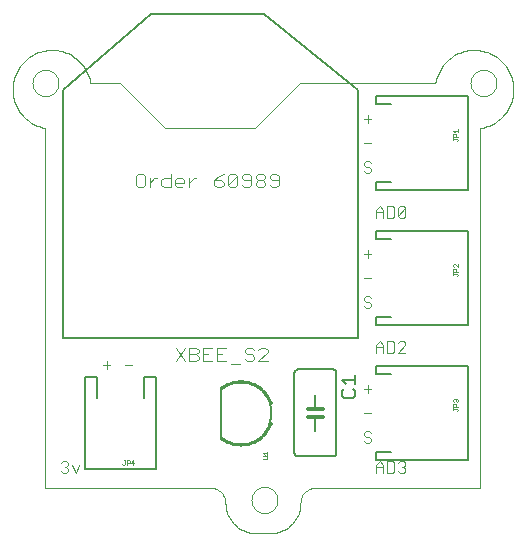
<source format=gto>
G75*
G70*
%OFA0B0*%
%FSLAX24Y24*%
%IPPOS*%
%LPD*%
%AMOC8*
5,1,8,0,0,1.08239X$1,22.5*
%
%ADD10C,0.0030*%
%ADD11C,0.0000*%
%ADD12C,0.0040*%
%ADD13C,0.0050*%
%ADD14C,0.0120*%
%ADD15C,0.0060*%
%ADD16C,0.0080*%
%ADD17C,0.0010*%
%ADD18C,0.0020*%
D10*
X002257Y002695D02*
X002195Y002757D01*
X002257Y002695D02*
X002380Y002695D01*
X002442Y002757D01*
X002442Y002818D01*
X002380Y002880D01*
X002318Y002880D01*
X002380Y002880D02*
X002442Y002942D01*
X002442Y003004D01*
X002380Y003065D01*
X002257Y003065D01*
X002195Y003004D01*
X002563Y002942D02*
X002687Y002695D01*
X002810Y002942D01*
X003718Y006157D02*
X003718Y006404D01*
X003595Y006280D02*
X003842Y006280D01*
X004332Y006280D02*
X004579Y006280D01*
X012295Y005480D02*
X012542Y005480D01*
X012418Y005357D02*
X012418Y005604D01*
X012295Y004680D02*
X012542Y004680D01*
X012480Y004065D02*
X012357Y004065D01*
X012295Y004004D01*
X012295Y003942D01*
X012357Y003880D01*
X012480Y003880D01*
X012542Y003818D01*
X012542Y003757D01*
X012480Y003695D01*
X012357Y003695D01*
X012295Y003757D01*
X012542Y004004D02*
X012480Y004065D01*
X012818Y003065D02*
X012942Y002942D01*
X012942Y002695D01*
X013063Y002695D02*
X013248Y002695D01*
X013310Y002757D01*
X013310Y003004D01*
X013248Y003065D01*
X013063Y003065D01*
X013063Y002695D01*
X012942Y002880D02*
X012695Y002880D01*
X012695Y002942D02*
X012695Y002695D01*
X012695Y002942D02*
X012818Y003065D01*
X013432Y003004D02*
X013493Y003065D01*
X013617Y003065D01*
X013679Y003004D01*
X013679Y002942D01*
X013617Y002880D01*
X013679Y002818D01*
X013679Y002757D01*
X013617Y002695D01*
X013493Y002695D01*
X013432Y002757D01*
X013555Y002880D02*
X013617Y002880D01*
X013679Y006695D02*
X013432Y006695D01*
X013679Y006942D01*
X013679Y007004D01*
X013617Y007065D01*
X013493Y007065D01*
X013432Y007004D01*
X013310Y007004D02*
X013310Y006757D01*
X013248Y006695D01*
X013063Y006695D01*
X013063Y007065D01*
X013248Y007065D01*
X013310Y007004D01*
X012942Y006942D02*
X012942Y006695D01*
X012942Y006880D02*
X012695Y006880D01*
X012695Y006942D02*
X012695Y006695D01*
X012695Y006942D02*
X012818Y007065D01*
X012942Y006942D01*
X012480Y008195D02*
X012357Y008195D01*
X012295Y008257D01*
X012357Y008380D02*
X012295Y008442D01*
X012295Y008504D01*
X012357Y008565D01*
X012480Y008565D01*
X012542Y008504D01*
X012480Y008380D02*
X012542Y008318D01*
X012542Y008257D01*
X012480Y008195D01*
X012480Y008380D02*
X012357Y008380D01*
X012295Y009180D02*
X012542Y009180D01*
X012418Y009857D02*
X012418Y010104D01*
X012295Y009980D02*
X012542Y009980D01*
X012695Y011195D02*
X012695Y011442D01*
X012818Y011565D01*
X012942Y011442D01*
X012942Y011195D01*
X012942Y011442D01*
X012818Y011565D01*
X012695Y011442D01*
X012695Y011195D01*
X012695Y011380D02*
X012942Y011380D01*
X012695Y011380D01*
X013063Y011195D02*
X013248Y011195D01*
X013310Y011257D01*
X013310Y011504D01*
X013248Y011565D01*
X013063Y011565D01*
X013063Y011195D01*
X013248Y011195D01*
X013310Y011257D01*
X013310Y011504D01*
X013248Y011565D01*
X013063Y011565D01*
X013063Y011195D01*
X013432Y011257D02*
X013432Y011504D01*
X013493Y011565D01*
X013617Y011565D01*
X013679Y011504D01*
X013432Y011257D01*
X013493Y011195D01*
X013617Y011195D01*
X013679Y011257D01*
X013679Y011504D01*
X013432Y011257D01*
X013493Y011195D01*
X013617Y011195D01*
X013679Y011257D01*
X013679Y011504D01*
X013617Y011565D01*
X013493Y011565D01*
X013432Y011504D01*
X013432Y011257D01*
X012480Y012695D02*
X012357Y012695D01*
X012295Y012757D01*
X012357Y012880D02*
X012295Y012942D01*
X012295Y013004D01*
X012357Y013065D01*
X012480Y013065D01*
X012542Y013004D01*
X012480Y012880D02*
X012542Y012818D01*
X012542Y012757D01*
X012480Y012695D01*
X012480Y012880D02*
X012357Y012880D01*
X012295Y013680D02*
X012542Y013680D01*
X012418Y014357D02*
X012418Y014604D01*
X012295Y014480D02*
X012542Y014480D01*
D11*
X001680Y014180D02*
X001680Y002180D01*
X007180Y002180D01*
X007224Y002178D01*
X007267Y002172D01*
X007309Y002163D01*
X007351Y002150D01*
X007391Y002133D01*
X007430Y002113D01*
X007467Y002090D01*
X007501Y002063D01*
X007534Y002034D01*
X007563Y002001D01*
X007590Y001967D01*
X007613Y001930D01*
X007633Y001891D01*
X007650Y001851D01*
X007663Y001809D01*
X007672Y001767D01*
X007678Y001724D01*
X007680Y001680D01*
X007682Y001620D01*
X007687Y001559D01*
X007696Y001500D01*
X007709Y001441D01*
X007725Y001382D01*
X007745Y001325D01*
X007768Y001270D01*
X007795Y001215D01*
X007824Y001163D01*
X007857Y001112D01*
X007893Y001063D01*
X007931Y001017D01*
X007973Y000973D01*
X008017Y000931D01*
X008063Y000893D01*
X008112Y000857D01*
X008163Y000824D01*
X008215Y000795D01*
X008270Y000768D01*
X008325Y000745D01*
X008382Y000725D01*
X008441Y000709D01*
X008500Y000696D01*
X008559Y000687D01*
X008620Y000682D01*
X008680Y000680D01*
X009180Y000680D01*
X009240Y000682D01*
X009301Y000687D01*
X009360Y000696D01*
X009419Y000709D01*
X009478Y000725D01*
X009535Y000745D01*
X009590Y000768D01*
X009645Y000795D01*
X009697Y000824D01*
X009748Y000857D01*
X009797Y000893D01*
X009843Y000931D01*
X009887Y000973D01*
X009929Y001017D01*
X009967Y001063D01*
X010003Y001112D01*
X010036Y001163D01*
X010065Y001215D01*
X010092Y001270D01*
X010115Y001325D01*
X010135Y001382D01*
X010151Y001441D01*
X010164Y001500D01*
X010173Y001559D01*
X010178Y001620D01*
X010180Y001680D01*
X010182Y001724D01*
X010188Y001767D01*
X010197Y001809D01*
X010210Y001851D01*
X010227Y001891D01*
X010247Y001930D01*
X010270Y001967D01*
X010297Y002001D01*
X010326Y002034D01*
X010359Y002063D01*
X010393Y002090D01*
X010430Y002113D01*
X010469Y002133D01*
X010509Y002150D01*
X010551Y002163D01*
X010593Y002172D01*
X010636Y002178D01*
X010680Y002180D01*
X016180Y002180D01*
X016180Y014180D01*
X016180Y014181D02*
X016251Y014194D01*
X016320Y014212D01*
X016389Y014233D01*
X016456Y014257D01*
X016522Y014286D01*
X016586Y014318D01*
X016649Y014353D01*
X016709Y014392D01*
X016767Y014434D01*
X016823Y014480D01*
X016876Y014528D01*
X016926Y014579D01*
X016974Y014633D01*
X017018Y014689D01*
X017059Y014747D01*
X017098Y014808D01*
X017132Y014871D01*
X017163Y014936D01*
X017191Y015002D01*
X017215Y015069D01*
X017235Y015138D01*
X017251Y015208D01*
X017264Y015279D01*
X017272Y015350D01*
X017277Y015422D01*
X017278Y015493D01*
X017275Y015565D01*
X017268Y015636D01*
X017256Y015707D01*
X017242Y015777D01*
X017223Y015847D01*
X017200Y015915D01*
X017174Y015981D01*
X017144Y016047D01*
X017111Y016110D01*
X017074Y016172D01*
X017034Y016231D01*
X016991Y016288D01*
X016944Y016343D01*
X016895Y016395D01*
X016843Y016444D01*
X016788Y016491D01*
X016731Y016534D01*
X016672Y016574D01*
X016610Y016611D01*
X016547Y016644D01*
X016481Y016674D01*
X016415Y016700D01*
X016347Y016723D01*
X016277Y016742D01*
X016207Y016756D01*
X016136Y016768D01*
X016065Y016775D01*
X015993Y016778D01*
X015922Y016777D01*
X015850Y016772D01*
X015779Y016764D01*
X015708Y016751D01*
X015638Y016735D01*
X015569Y016715D01*
X015502Y016691D01*
X015436Y016663D01*
X015371Y016632D01*
X015308Y016598D01*
X015247Y016559D01*
X015189Y016518D01*
X015133Y016474D01*
X015079Y016426D01*
X015028Y016376D01*
X014980Y016323D01*
X014934Y016267D01*
X014892Y016209D01*
X014853Y016149D01*
X014818Y016086D01*
X014786Y016022D01*
X014757Y015956D01*
X014733Y015889D01*
X014712Y015820D01*
X014694Y015751D01*
X014681Y015680D01*
X014680Y015680D02*
X010180Y015680D01*
X008680Y014180D01*
X005680Y014180D01*
X004180Y015680D01*
X003180Y015680D01*
X003179Y015680D02*
X003166Y015751D01*
X003148Y015820D01*
X003127Y015889D01*
X003103Y015956D01*
X003074Y016022D01*
X003042Y016086D01*
X003007Y016149D01*
X002968Y016209D01*
X002926Y016267D01*
X002880Y016323D01*
X002832Y016376D01*
X002781Y016426D01*
X002727Y016474D01*
X002671Y016518D01*
X002613Y016559D01*
X002552Y016598D01*
X002489Y016632D01*
X002424Y016663D01*
X002358Y016691D01*
X002291Y016715D01*
X002222Y016735D01*
X002152Y016751D01*
X002081Y016764D01*
X002010Y016772D01*
X001938Y016777D01*
X001867Y016778D01*
X001795Y016775D01*
X001724Y016768D01*
X001653Y016756D01*
X001583Y016742D01*
X001513Y016723D01*
X001445Y016700D01*
X001379Y016674D01*
X001313Y016644D01*
X001250Y016611D01*
X001188Y016574D01*
X001129Y016534D01*
X001072Y016491D01*
X001017Y016444D01*
X000965Y016395D01*
X000916Y016343D01*
X000869Y016288D01*
X000826Y016231D01*
X000786Y016172D01*
X000749Y016110D01*
X000716Y016047D01*
X000686Y015981D01*
X000660Y015915D01*
X000637Y015847D01*
X000618Y015777D01*
X000604Y015707D01*
X000592Y015636D01*
X000585Y015565D01*
X000582Y015493D01*
X000583Y015422D01*
X000588Y015350D01*
X000596Y015279D01*
X000609Y015208D01*
X000625Y015138D01*
X000645Y015069D01*
X000669Y015002D01*
X000697Y014936D01*
X000728Y014871D01*
X000762Y014808D01*
X000801Y014747D01*
X000842Y014689D01*
X000886Y014633D01*
X000934Y014579D01*
X000984Y014528D01*
X001037Y014480D01*
X001093Y014434D01*
X001151Y014392D01*
X001211Y014353D01*
X001274Y014318D01*
X001338Y014286D01*
X001404Y014257D01*
X001471Y014233D01*
X001540Y014212D01*
X001609Y014194D01*
X001680Y014181D01*
X001247Y015680D02*
X001249Y015721D01*
X001255Y015762D01*
X001265Y015802D01*
X001278Y015841D01*
X001295Y015878D01*
X001316Y015914D01*
X001340Y015948D01*
X001367Y015979D01*
X001396Y016007D01*
X001429Y016033D01*
X001463Y016055D01*
X001500Y016074D01*
X001538Y016089D01*
X001578Y016101D01*
X001618Y016109D01*
X001659Y016113D01*
X001701Y016113D01*
X001742Y016109D01*
X001782Y016101D01*
X001822Y016089D01*
X001860Y016074D01*
X001896Y016055D01*
X001931Y016033D01*
X001964Y016007D01*
X001993Y015979D01*
X002020Y015948D01*
X002044Y015914D01*
X002065Y015878D01*
X002082Y015841D01*
X002095Y015802D01*
X002105Y015762D01*
X002111Y015721D01*
X002113Y015680D01*
X002111Y015639D01*
X002105Y015598D01*
X002095Y015558D01*
X002082Y015519D01*
X002065Y015482D01*
X002044Y015446D01*
X002020Y015412D01*
X001993Y015381D01*
X001964Y015353D01*
X001931Y015327D01*
X001897Y015305D01*
X001860Y015286D01*
X001822Y015271D01*
X001782Y015259D01*
X001742Y015251D01*
X001701Y015247D01*
X001659Y015247D01*
X001618Y015251D01*
X001578Y015259D01*
X001538Y015271D01*
X001500Y015286D01*
X001464Y015305D01*
X001429Y015327D01*
X001396Y015353D01*
X001367Y015381D01*
X001340Y015412D01*
X001316Y015446D01*
X001295Y015482D01*
X001278Y015519D01*
X001265Y015558D01*
X001255Y015598D01*
X001249Y015639D01*
X001247Y015680D01*
X008547Y001780D02*
X008549Y001821D01*
X008555Y001862D01*
X008565Y001902D01*
X008578Y001941D01*
X008595Y001978D01*
X008616Y002014D01*
X008640Y002048D01*
X008667Y002079D01*
X008696Y002107D01*
X008729Y002133D01*
X008763Y002155D01*
X008800Y002174D01*
X008838Y002189D01*
X008878Y002201D01*
X008918Y002209D01*
X008959Y002213D01*
X009001Y002213D01*
X009042Y002209D01*
X009082Y002201D01*
X009122Y002189D01*
X009160Y002174D01*
X009196Y002155D01*
X009231Y002133D01*
X009264Y002107D01*
X009293Y002079D01*
X009320Y002048D01*
X009344Y002014D01*
X009365Y001978D01*
X009382Y001941D01*
X009395Y001902D01*
X009405Y001862D01*
X009411Y001821D01*
X009413Y001780D01*
X009411Y001739D01*
X009405Y001698D01*
X009395Y001658D01*
X009382Y001619D01*
X009365Y001582D01*
X009344Y001546D01*
X009320Y001512D01*
X009293Y001481D01*
X009264Y001453D01*
X009231Y001427D01*
X009197Y001405D01*
X009160Y001386D01*
X009122Y001371D01*
X009082Y001359D01*
X009042Y001351D01*
X009001Y001347D01*
X008959Y001347D01*
X008918Y001351D01*
X008878Y001359D01*
X008838Y001371D01*
X008800Y001386D01*
X008764Y001405D01*
X008729Y001427D01*
X008696Y001453D01*
X008667Y001481D01*
X008640Y001512D01*
X008616Y001546D01*
X008595Y001582D01*
X008578Y001619D01*
X008565Y001658D01*
X008555Y001698D01*
X008549Y001739D01*
X008547Y001780D01*
X015847Y015680D02*
X015849Y015721D01*
X015855Y015762D01*
X015865Y015802D01*
X015878Y015841D01*
X015895Y015878D01*
X015916Y015914D01*
X015940Y015948D01*
X015967Y015979D01*
X015996Y016007D01*
X016029Y016033D01*
X016063Y016055D01*
X016100Y016074D01*
X016138Y016089D01*
X016178Y016101D01*
X016218Y016109D01*
X016259Y016113D01*
X016301Y016113D01*
X016342Y016109D01*
X016382Y016101D01*
X016422Y016089D01*
X016460Y016074D01*
X016496Y016055D01*
X016531Y016033D01*
X016564Y016007D01*
X016593Y015979D01*
X016620Y015948D01*
X016644Y015914D01*
X016665Y015878D01*
X016682Y015841D01*
X016695Y015802D01*
X016705Y015762D01*
X016711Y015721D01*
X016713Y015680D01*
X016711Y015639D01*
X016705Y015598D01*
X016695Y015558D01*
X016682Y015519D01*
X016665Y015482D01*
X016644Y015446D01*
X016620Y015412D01*
X016593Y015381D01*
X016564Y015353D01*
X016531Y015327D01*
X016497Y015305D01*
X016460Y015286D01*
X016422Y015271D01*
X016382Y015259D01*
X016342Y015251D01*
X016301Y015247D01*
X016259Y015247D01*
X016218Y015251D01*
X016178Y015259D01*
X016138Y015271D01*
X016100Y015286D01*
X016064Y015305D01*
X016029Y015327D01*
X015996Y015353D01*
X015967Y015381D01*
X015940Y015412D01*
X015916Y015446D01*
X015895Y015482D01*
X015878Y015519D01*
X015865Y015558D01*
X015855Y015598D01*
X015849Y015639D01*
X015847Y015680D01*
D12*
X009457Y012584D02*
X009457Y012277D01*
X009381Y012200D01*
X009227Y012200D01*
X009150Y012277D01*
X008997Y012277D02*
X008997Y012353D01*
X008920Y012430D01*
X008767Y012430D01*
X008690Y012507D01*
X008690Y012584D01*
X008767Y012660D01*
X008920Y012660D01*
X008997Y012584D01*
X008997Y012507D01*
X008920Y012430D01*
X008767Y012430D02*
X008690Y012353D01*
X008690Y012277D01*
X008767Y012200D01*
X008920Y012200D01*
X008997Y012277D01*
X009150Y012507D02*
X009227Y012430D01*
X009457Y012430D01*
X009457Y012584D02*
X009381Y012660D01*
X009227Y012660D01*
X009150Y012584D01*
X009150Y012507D01*
X008537Y012584D02*
X008537Y012277D01*
X008460Y012200D01*
X008306Y012200D01*
X008230Y012277D01*
X008076Y012277D02*
X007999Y012200D01*
X007846Y012200D01*
X007769Y012277D01*
X008076Y012584D01*
X008076Y012277D01*
X008230Y012507D02*
X008306Y012430D01*
X008537Y012430D01*
X008537Y012584D02*
X008460Y012660D01*
X008306Y012660D01*
X008230Y012584D01*
X008230Y012507D01*
X008076Y012584D02*
X007999Y012660D01*
X007846Y012660D01*
X007769Y012584D01*
X007769Y012277D01*
X007616Y012277D02*
X007616Y012353D01*
X007539Y012430D01*
X007309Y012430D01*
X007309Y012277D01*
X007386Y012200D01*
X007539Y012200D01*
X007616Y012277D01*
X007462Y012584D02*
X007309Y012430D01*
X007462Y012584D02*
X007616Y012660D01*
X006695Y012507D02*
X006618Y012507D01*
X006465Y012353D01*
X006465Y012200D02*
X006465Y012507D01*
X006311Y012430D02*
X006311Y012353D01*
X006004Y012353D01*
X006004Y012277D02*
X006004Y012430D01*
X006081Y012507D01*
X006235Y012507D01*
X006311Y012430D01*
X006235Y012200D02*
X006081Y012200D01*
X006004Y012277D01*
X005851Y012200D02*
X005621Y012200D01*
X005544Y012277D01*
X005544Y012430D01*
X005621Y012507D01*
X005851Y012507D01*
X005851Y012660D02*
X005851Y012200D01*
X005391Y012507D02*
X005314Y012507D01*
X005160Y012353D01*
X005160Y012200D02*
X005160Y012507D01*
X005007Y012584D02*
X004930Y012660D01*
X004777Y012660D01*
X004700Y012584D01*
X004700Y012277D01*
X004777Y012200D01*
X004930Y012200D01*
X005007Y012277D01*
X005007Y012584D01*
X006019Y006861D02*
X006326Y006401D01*
X006479Y006401D02*
X006709Y006401D01*
X006786Y006478D01*
X006786Y006554D01*
X006709Y006631D01*
X006479Y006631D01*
X006479Y006401D02*
X006479Y006861D01*
X006709Y006861D01*
X006786Y006784D01*
X006786Y006708D01*
X006709Y006631D01*
X006940Y006631D02*
X007093Y006631D01*
X006940Y006861D02*
X006940Y006401D01*
X007247Y006401D01*
X007400Y006401D02*
X007707Y006401D01*
X007860Y006324D02*
X008167Y006324D01*
X008321Y006478D02*
X008398Y006401D01*
X008551Y006401D01*
X008628Y006478D01*
X008628Y006554D01*
X008551Y006631D01*
X008398Y006631D01*
X008321Y006708D01*
X008321Y006784D01*
X008398Y006861D01*
X008551Y006861D01*
X008628Y006784D01*
X008781Y006784D02*
X008858Y006861D01*
X009011Y006861D01*
X009088Y006784D01*
X009088Y006708D01*
X008781Y006401D01*
X009088Y006401D01*
X007707Y006861D02*
X007400Y006861D01*
X007400Y006401D01*
X007400Y006631D02*
X007554Y006631D01*
X007247Y006861D02*
X006940Y006861D01*
X006326Y006861D02*
X006019Y006401D01*
D13*
X002259Y007168D02*
X002259Y015436D01*
X005211Y017995D01*
X008952Y017995D01*
X012101Y015436D01*
X012101Y007168D01*
X002259Y007168D01*
X011555Y005795D02*
X012005Y005795D01*
X012005Y005645D02*
X012005Y005945D01*
X011705Y005645D02*
X011555Y005795D01*
X011630Y005484D02*
X011555Y005409D01*
X011555Y005259D01*
X011630Y005184D01*
X011930Y005184D01*
X012005Y005259D01*
X012005Y005409D01*
X011930Y005484D01*
D14*
X010930Y004800D02*
X010680Y004800D01*
X010430Y004800D01*
X010430Y004550D02*
X010680Y004550D01*
X010930Y004550D01*
D15*
X010680Y004550D02*
X010680Y004080D01*
X010680Y004800D02*
X010680Y005280D01*
X009980Y006030D02*
X009982Y006047D01*
X009986Y006064D01*
X009993Y006080D01*
X010003Y006094D01*
X010016Y006107D01*
X010030Y006117D01*
X010046Y006124D01*
X010063Y006128D01*
X010080Y006130D01*
X011280Y006130D01*
X011297Y006128D01*
X011314Y006124D01*
X011330Y006117D01*
X011344Y006107D01*
X011357Y006094D01*
X011367Y006080D01*
X011374Y006064D01*
X011378Y006047D01*
X011380Y006030D01*
X011380Y003330D01*
X011378Y003313D01*
X011374Y003296D01*
X011367Y003280D01*
X011357Y003266D01*
X011344Y003253D01*
X011330Y003243D01*
X011314Y003236D01*
X011297Y003232D01*
X011280Y003230D01*
X010080Y003230D01*
X010063Y003232D01*
X010046Y003236D01*
X010030Y003243D01*
X010016Y003253D01*
X010003Y003266D01*
X009993Y003280D01*
X009986Y003296D01*
X009982Y003313D01*
X009980Y003330D01*
X009980Y006030D01*
D16*
X008930Y005430D02*
X008972Y005378D01*
X009011Y005324D01*
X009046Y005267D01*
X009079Y005209D01*
X009107Y005149D01*
X009133Y005087D01*
X009155Y005024D01*
X009173Y004959D01*
X009187Y004894D01*
X009197Y004828D01*
X009204Y004762D01*
X009207Y004695D01*
X009206Y004628D01*
X009201Y004562D01*
X009192Y004496D01*
X009180Y004430D01*
X009164Y004369D01*
X009146Y004309D01*
X009124Y004251D01*
X009099Y004193D01*
X009071Y004137D01*
X009040Y004082D01*
X009006Y004030D01*
X008969Y003979D01*
X008930Y003930D01*
X009180Y004430D02*
X009192Y004492D01*
X009200Y004554D01*
X009205Y004617D01*
X009207Y004680D01*
X009205Y004743D01*
X009200Y004806D01*
X009192Y004868D01*
X009180Y004930D01*
X007530Y005505D02*
X007530Y003855D01*
X005361Y002818D02*
X002999Y002818D01*
X002999Y005889D01*
X003393Y005889D01*
X003393Y005180D01*
X004967Y005180D02*
X004967Y005889D01*
X005361Y005889D01*
X005361Y002818D01*
X012700Y003105D02*
X012700Y003381D01*
X013211Y003381D01*
X012700Y003105D02*
X015771Y003105D01*
X015771Y006255D01*
X012700Y006255D01*
X012700Y005979D01*
X013211Y005979D01*
X012700Y007605D02*
X012700Y007881D01*
X013211Y007881D01*
X012700Y007605D02*
X015771Y007605D01*
X015771Y010755D01*
X012700Y010755D01*
X012700Y010479D01*
X013211Y010479D01*
X012700Y012105D02*
X012700Y012381D01*
X013211Y012381D01*
X012700Y012105D02*
X015771Y012105D01*
X015771Y015255D01*
X012700Y015255D01*
X012700Y014979D01*
X013211Y014979D01*
D17*
X015279Y014088D02*
X015429Y014088D01*
X015429Y014038D02*
X015429Y014138D01*
X015329Y014038D02*
X015279Y014088D01*
X015304Y013990D02*
X015279Y013965D01*
X015279Y013890D01*
X015429Y013890D01*
X015379Y013890D02*
X015379Y013965D01*
X015354Y013990D01*
X015304Y013990D01*
X015279Y013843D02*
X015279Y013793D01*
X015279Y013818D02*
X015404Y013818D01*
X015429Y013793D01*
X015429Y013768D01*
X015404Y013743D01*
X015429Y009638D02*
X015429Y009538D01*
X015329Y009638D01*
X015304Y009638D01*
X015279Y009613D01*
X015279Y009563D01*
X015304Y009538D01*
X015304Y009490D02*
X015354Y009490D01*
X015379Y009465D01*
X015379Y009390D01*
X015429Y009390D02*
X015279Y009390D01*
X015279Y009465D01*
X015304Y009490D01*
X015279Y009343D02*
X015279Y009293D01*
X015279Y009318D02*
X015404Y009318D01*
X015429Y009293D01*
X015429Y009268D01*
X015404Y009243D01*
X015404Y005138D02*
X015429Y005113D01*
X015429Y005063D01*
X015404Y005038D01*
X015354Y004990D02*
X015379Y004965D01*
X015379Y004890D01*
X015429Y004890D02*
X015279Y004890D01*
X015279Y004965D01*
X015304Y004990D01*
X015354Y004990D01*
X015304Y005038D02*
X015279Y005063D01*
X015279Y005113D01*
X015304Y005138D01*
X015329Y005138D01*
X015354Y005113D01*
X015379Y005138D01*
X015404Y005138D01*
X015354Y005113D02*
X015354Y005088D01*
X015279Y004843D02*
X015279Y004793D01*
X015279Y004818D02*
X015404Y004818D01*
X015429Y004793D01*
X015429Y004768D01*
X015404Y004743D01*
X009215Y005004D02*
X009148Y004984D01*
X009128Y005042D01*
X009105Y005098D01*
X009078Y005153D01*
X009048Y005206D01*
X009014Y005258D01*
X008978Y005307D01*
X008939Y005354D01*
X008897Y005398D01*
X008852Y005440D01*
X008805Y005480D01*
X008756Y005516D01*
X008705Y005549D01*
X008651Y005579D01*
X008596Y005606D01*
X008540Y005629D01*
X008482Y005649D01*
X008423Y005665D01*
X008363Y005678D01*
X008303Y005688D01*
X008242Y005693D01*
X008181Y005695D01*
X008119Y005693D01*
X008058Y005688D01*
X007998Y005679D01*
X007938Y005666D01*
X007879Y005649D01*
X007821Y005630D01*
X007765Y005606D01*
X007710Y005579D01*
X007656Y005550D01*
X007605Y005516D01*
X007556Y005480D01*
X007513Y005535D01*
X007512Y005535D01*
X007565Y005574D01*
X007620Y005609D01*
X007677Y005641D01*
X007736Y005670D01*
X007796Y005695D01*
X007858Y005716D01*
X007921Y005734D01*
X007985Y005747D01*
X008050Y005757D01*
X008115Y005763D01*
X008181Y005765D01*
X008246Y005763D01*
X008311Y005757D01*
X008376Y005747D01*
X008440Y005733D01*
X008503Y005716D01*
X008565Y005695D01*
X008625Y005670D01*
X008684Y005641D01*
X008741Y005609D01*
X008796Y005573D01*
X008849Y005535D01*
X008899Y005493D01*
X008946Y005448D01*
X008991Y005400D01*
X009033Y005350D01*
X009072Y005297D01*
X009108Y005243D01*
X009140Y005186D01*
X009169Y005127D01*
X009194Y005066D01*
X009215Y005005D01*
X009207Y005002D01*
X009185Y005063D01*
X009160Y005123D01*
X009132Y005181D01*
X009100Y005238D01*
X009065Y005292D01*
X009026Y005345D01*
X008985Y005394D01*
X008940Y005442D01*
X008893Y005486D01*
X008843Y005527D01*
X008791Y005566D01*
X008736Y005601D01*
X008680Y005633D01*
X008621Y005661D01*
X008561Y005686D01*
X008500Y005707D01*
X008438Y005725D01*
X008374Y005738D01*
X008310Y005748D01*
X008245Y005754D01*
X008181Y005756D01*
X008116Y005754D01*
X008051Y005748D01*
X007987Y005739D01*
X007923Y005725D01*
X007861Y005708D01*
X007800Y005687D01*
X007740Y005662D01*
X007681Y005633D01*
X007625Y005602D01*
X007570Y005567D01*
X007518Y005528D01*
X007523Y005521D01*
X007575Y005559D01*
X007629Y005594D01*
X007685Y005625D01*
X007743Y005654D01*
X007803Y005678D01*
X007864Y005699D01*
X007926Y005716D01*
X007989Y005730D01*
X008052Y005739D01*
X008116Y005745D01*
X008181Y005747D01*
X008245Y005745D01*
X008309Y005739D01*
X008372Y005729D01*
X008435Y005716D01*
X008497Y005699D01*
X008558Y005678D01*
X008618Y005653D01*
X008675Y005625D01*
X008732Y005593D01*
X008786Y005559D01*
X008837Y005520D01*
X008887Y005479D01*
X008934Y005435D01*
X008978Y005388D01*
X009019Y005339D01*
X009057Y005287D01*
X009092Y005233D01*
X009124Y005177D01*
X009152Y005120D01*
X009177Y005060D01*
X009198Y004999D01*
X009189Y004997D01*
X009169Y005057D01*
X009144Y005116D01*
X009116Y005173D01*
X009085Y005229D01*
X009050Y005282D01*
X009012Y005334D01*
X008971Y005382D01*
X008927Y005429D01*
X008881Y005473D01*
X008832Y005513D01*
X008780Y005551D01*
X008727Y005586D01*
X008671Y005617D01*
X008614Y005645D01*
X008555Y005669D01*
X008495Y005690D01*
X008433Y005707D01*
X008371Y005721D01*
X008308Y005730D01*
X008244Y005736D01*
X008181Y005738D01*
X008117Y005736D01*
X008053Y005730D01*
X007990Y005721D01*
X007928Y005708D01*
X007866Y005690D01*
X007806Y005670D01*
X007747Y005645D01*
X007690Y005618D01*
X007634Y005586D01*
X007580Y005552D01*
X007529Y005514D01*
X007535Y005507D01*
X007586Y005544D01*
X007639Y005579D01*
X007694Y005610D01*
X007751Y005637D01*
X007809Y005661D01*
X007869Y005682D01*
X007930Y005699D01*
X007992Y005712D01*
X008054Y005721D01*
X008117Y005727D01*
X008181Y005729D01*
X008244Y005727D01*
X008307Y005721D01*
X008369Y005712D01*
X008431Y005699D01*
X008492Y005682D01*
X008552Y005661D01*
X008610Y005637D01*
X008667Y005609D01*
X008722Y005578D01*
X008775Y005544D01*
X008826Y005506D01*
X008875Y005466D01*
X008921Y005423D01*
X008964Y005377D01*
X009005Y005328D01*
X009042Y005277D01*
X009077Y005224D01*
X009108Y005169D01*
X009136Y005112D01*
X009160Y005054D01*
X009181Y004994D01*
X009172Y004991D01*
X009152Y005051D01*
X009128Y005108D01*
X009100Y005165D01*
X009069Y005219D01*
X009035Y005272D01*
X008998Y005322D01*
X008958Y005371D01*
X008915Y005416D01*
X008869Y005459D01*
X008821Y005499D01*
X008770Y005536D01*
X008718Y005570D01*
X008663Y005601D01*
X008607Y005629D01*
X008549Y005652D01*
X008489Y005673D01*
X008429Y005690D01*
X008368Y005703D01*
X008306Y005712D01*
X008243Y005718D01*
X008181Y005720D01*
X008118Y005718D01*
X008055Y005713D01*
X007993Y005703D01*
X007932Y005690D01*
X007872Y005673D01*
X007812Y005653D01*
X007754Y005629D01*
X007698Y005602D01*
X007643Y005571D01*
X007591Y005537D01*
X007540Y005500D01*
X007546Y005493D01*
X007596Y005530D01*
X007648Y005563D01*
X007702Y005594D01*
X007758Y005621D01*
X007816Y005644D01*
X007874Y005665D01*
X007934Y005681D01*
X007995Y005694D01*
X008057Y005704D01*
X008118Y005709D01*
X008181Y005711D01*
X008243Y005709D01*
X008305Y005703D01*
X008366Y005694D01*
X008427Y005681D01*
X008487Y005664D01*
X008545Y005644D01*
X008603Y005620D01*
X008659Y005593D01*
X008713Y005563D01*
X008765Y005529D01*
X008815Y005492D01*
X008863Y005452D01*
X008908Y005410D01*
X008951Y005365D01*
X008991Y005317D01*
X009028Y005267D01*
X009061Y005215D01*
X009092Y005161D01*
X009119Y005105D01*
X009143Y005047D01*
X009164Y004989D01*
X009155Y004986D01*
X009135Y005044D01*
X009111Y005101D01*
X009084Y005156D01*
X009054Y005210D01*
X009020Y005262D01*
X008984Y005311D01*
X008944Y005359D01*
X008902Y005403D01*
X008857Y005446D01*
X008810Y005485D01*
X008760Y005521D01*
X008708Y005555D01*
X008655Y005585D01*
X008599Y005612D01*
X008542Y005636D01*
X008484Y005656D01*
X008425Y005672D01*
X008364Y005685D01*
X008304Y005695D01*
X008242Y005700D01*
X008181Y005702D01*
X008119Y005700D01*
X008058Y005695D01*
X007997Y005685D01*
X007936Y005673D01*
X007877Y005656D01*
X007819Y005636D01*
X007762Y005613D01*
X007706Y005586D01*
X007653Y005556D01*
X007601Y005522D01*
X007551Y005486D01*
X007513Y003825D02*
X007556Y003880D01*
X007605Y003844D01*
X007656Y003810D01*
X007710Y003781D01*
X007765Y003754D01*
X007821Y003730D01*
X007879Y003711D01*
X007938Y003694D01*
X007998Y003681D01*
X008058Y003672D01*
X008119Y003667D01*
X008181Y003665D01*
X008242Y003667D01*
X008303Y003672D01*
X008363Y003682D01*
X008423Y003695D01*
X008482Y003711D01*
X008540Y003731D01*
X008596Y003754D01*
X008651Y003781D01*
X008705Y003811D01*
X008756Y003844D01*
X008805Y003880D01*
X008852Y003920D01*
X008897Y003961D01*
X008939Y004006D01*
X008978Y004053D01*
X009014Y004102D01*
X009048Y004153D01*
X009078Y004207D01*
X009105Y004262D01*
X009128Y004318D01*
X009148Y004376D01*
X009215Y004356D01*
X009215Y004355D01*
X009194Y004294D01*
X009169Y004233D01*
X009140Y004174D01*
X009108Y004117D01*
X009072Y004063D01*
X009033Y004010D01*
X008991Y003960D01*
X008946Y003912D01*
X008899Y003867D01*
X008849Y003825D01*
X008796Y003787D01*
X008741Y003751D01*
X008684Y003719D01*
X008625Y003690D01*
X008565Y003665D01*
X008503Y003644D01*
X008440Y003627D01*
X008376Y003613D01*
X008311Y003603D01*
X008246Y003597D01*
X008180Y003595D01*
X008115Y003597D01*
X008050Y003603D01*
X007985Y003613D01*
X007921Y003626D01*
X007858Y003644D01*
X007796Y003665D01*
X007736Y003690D01*
X007677Y003719D01*
X007620Y003751D01*
X007565Y003786D01*
X007512Y003825D01*
X007518Y003832D01*
X007570Y003794D01*
X007625Y003758D01*
X007681Y003727D01*
X007740Y003698D01*
X007800Y003673D01*
X007861Y003652D01*
X007923Y003635D01*
X007987Y003621D01*
X008051Y003612D01*
X008116Y003606D01*
X008181Y003604D01*
X008245Y003606D01*
X008310Y003612D01*
X008374Y003622D01*
X008438Y003635D01*
X008500Y003653D01*
X008561Y003674D01*
X008621Y003699D01*
X008680Y003727D01*
X008736Y003759D01*
X008791Y003794D01*
X008843Y003832D01*
X008893Y003874D01*
X008940Y003918D01*
X008985Y003966D01*
X009026Y004015D01*
X009065Y004068D01*
X009100Y004122D01*
X009132Y004179D01*
X009160Y004237D01*
X009185Y004297D01*
X009207Y004358D01*
X009198Y004361D01*
X009177Y004300D01*
X009152Y004240D01*
X009124Y004183D01*
X009092Y004127D01*
X009057Y004073D01*
X009019Y004021D01*
X008978Y003972D01*
X008934Y003925D01*
X008887Y003881D01*
X008837Y003840D01*
X008786Y003801D01*
X008732Y003767D01*
X008675Y003735D01*
X008618Y003707D01*
X008558Y003682D01*
X008497Y003661D01*
X008435Y003644D01*
X008372Y003631D01*
X008309Y003621D01*
X008245Y003615D01*
X008181Y003613D01*
X008116Y003615D01*
X008052Y003621D01*
X007989Y003630D01*
X007926Y003644D01*
X007864Y003661D01*
X007803Y003682D01*
X007743Y003706D01*
X007685Y003735D01*
X007629Y003766D01*
X007575Y003801D01*
X007523Y003839D01*
X007529Y003846D01*
X007580Y003808D01*
X007634Y003774D01*
X007690Y003742D01*
X007747Y003715D01*
X007806Y003690D01*
X007866Y003670D01*
X007928Y003653D01*
X007990Y003639D01*
X008053Y003630D01*
X008117Y003624D01*
X008181Y003622D01*
X008244Y003624D01*
X008308Y003630D01*
X008371Y003639D01*
X008433Y003653D01*
X008495Y003670D01*
X008555Y003691D01*
X008614Y003715D01*
X008671Y003743D01*
X008727Y003774D01*
X008780Y003809D01*
X008832Y003847D01*
X008881Y003887D01*
X008927Y003931D01*
X008971Y003978D01*
X009012Y004026D01*
X009050Y004078D01*
X009085Y004131D01*
X009116Y004187D01*
X009144Y004244D01*
X009169Y004303D01*
X009189Y004363D01*
X009181Y004366D01*
X009160Y004306D01*
X009136Y004248D01*
X009108Y004191D01*
X009077Y004136D01*
X009042Y004083D01*
X009005Y004032D01*
X008964Y003983D01*
X008921Y003937D01*
X008875Y003894D01*
X008826Y003854D01*
X008775Y003816D01*
X008722Y003782D01*
X008667Y003751D01*
X008610Y003723D01*
X008552Y003699D01*
X008492Y003678D01*
X008431Y003661D01*
X008369Y003648D01*
X008307Y003639D01*
X008244Y003633D01*
X008181Y003631D01*
X008117Y003633D01*
X008054Y003639D01*
X007992Y003648D01*
X007930Y003661D01*
X007869Y003678D01*
X007809Y003699D01*
X007751Y003723D01*
X007694Y003750D01*
X007639Y003781D01*
X007586Y003816D01*
X007535Y003853D01*
X007540Y003860D01*
X007591Y003823D01*
X007643Y003789D01*
X007698Y003758D01*
X007754Y003731D01*
X007812Y003707D01*
X007872Y003687D01*
X007932Y003670D01*
X007993Y003657D01*
X008055Y003647D01*
X008118Y003642D01*
X008181Y003640D01*
X008243Y003642D01*
X008306Y003648D01*
X008368Y003657D01*
X008429Y003670D01*
X008489Y003687D01*
X008549Y003708D01*
X008607Y003731D01*
X008663Y003759D01*
X008718Y003790D01*
X008770Y003824D01*
X008821Y003861D01*
X008869Y003901D01*
X008915Y003944D01*
X008958Y003989D01*
X008998Y004038D01*
X009035Y004088D01*
X009069Y004141D01*
X009100Y004195D01*
X009128Y004251D01*
X009152Y004309D01*
X009172Y004369D01*
X009164Y004371D01*
X009143Y004313D01*
X009119Y004255D01*
X009092Y004199D01*
X009061Y004145D01*
X009028Y004093D01*
X008991Y004043D01*
X008951Y003995D01*
X008908Y003950D01*
X008863Y003908D01*
X008815Y003868D01*
X008765Y003831D01*
X008713Y003797D01*
X008659Y003767D01*
X008603Y003740D01*
X008545Y003716D01*
X008487Y003696D01*
X008427Y003679D01*
X008366Y003666D01*
X008305Y003657D01*
X008243Y003651D01*
X008181Y003649D01*
X008118Y003651D01*
X008057Y003656D01*
X007995Y003666D01*
X007934Y003679D01*
X007874Y003695D01*
X007816Y003716D01*
X007758Y003739D01*
X007702Y003766D01*
X007648Y003797D01*
X007596Y003830D01*
X007546Y003867D01*
X007551Y003874D01*
X007601Y003838D01*
X007653Y003805D01*
X007706Y003774D01*
X007762Y003747D01*
X007819Y003724D01*
X007877Y003704D01*
X007936Y003687D01*
X007997Y003675D01*
X008058Y003665D01*
X008119Y003660D01*
X008181Y003658D01*
X008242Y003660D01*
X008303Y003665D01*
X008364Y003675D01*
X008425Y003688D01*
X008484Y003704D01*
X008542Y003724D01*
X008599Y003748D01*
X008655Y003775D01*
X008708Y003805D01*
X008760Y003838D01*
X008810Y003875D01*
X008857Y003914D01*
X008902Y003957D01*
X008944Y004001D01*
X008984Y004049D01*
X009020Y004098D01*
X009054Y004150D01*
X009084Y004204D01*
X009111Y004259D01*
X009135Y004316D01*
X009155Y004374D01*
X004638Y003025D02*
X004538Y003025D01*
X004613Y003100D01*
X004613Y002950D01*
X004490Y003025D02*
X004465Y003000D01*
X004390Y003000D01*
X004390Y002950D02*
X004390Y003100D01*
X004465Y003100D01*
X004490Y003075D01*
X004490Y003025D01*
X004343Y003100D02*
X004293Y003100D01*
X004318Y003100D02*
X004318Y002975D01*
X004293Y002950D01*
X004268Y002950D01*
X004243Y002975D01*
D18*
X008940Y003145D02*
X009057Y003145D01*
X009080Y003169D01*
X009080Y003215D01*
X009057Y003239D01*
X008940Y003239D01*
X008987Y003293D02*
X008940Y003339D01*
X009080Y003339D01*
X009080Y003293D02*
X009080Y003386D01*
M02*

</source>
